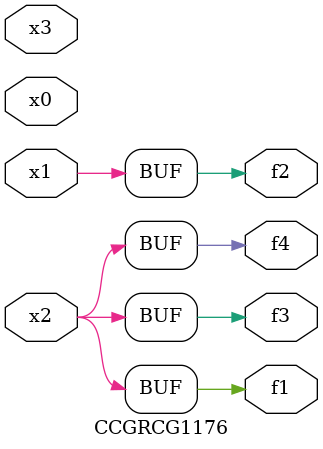
<source format=v>
module CCGRCG1176(
	input x0, x1, x2, x3,
	output f1, f2, f3, f4
);
	assign f1 = x2;
	assign f2 = x1;
	assign f3 = x2;
	assign f4 = x2;
endmodule

</source>
